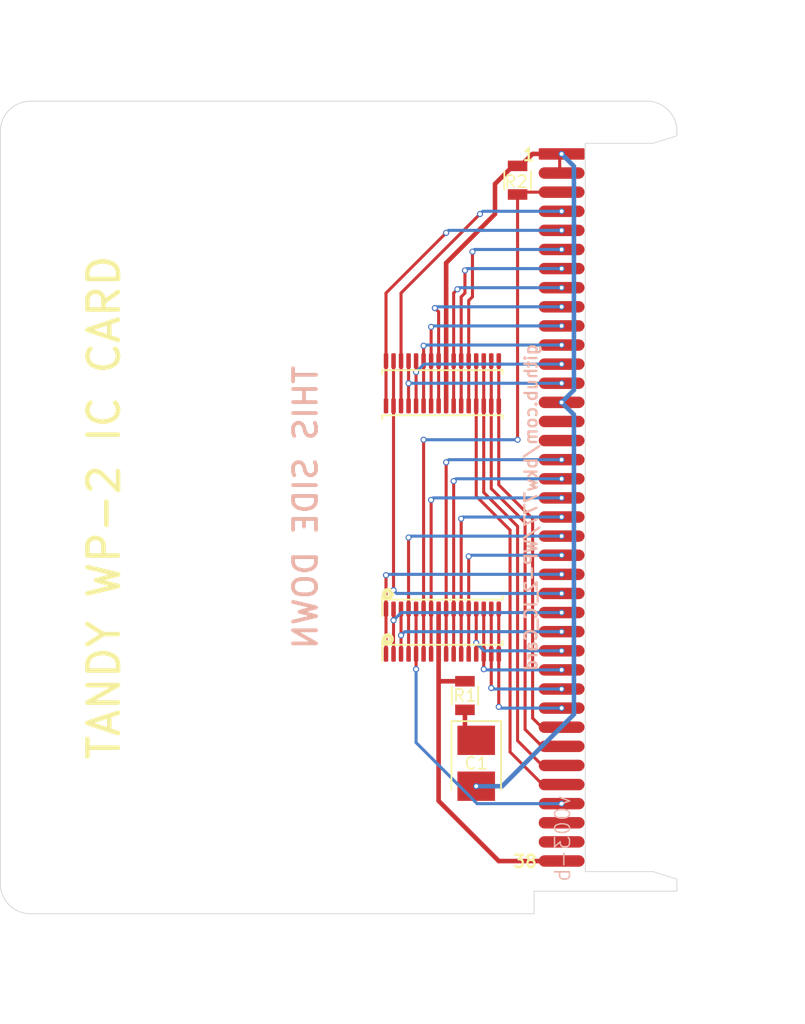
<source format=kicad_pcb>
(kicad_pcb (version 20171130) (host pcbnew 5.1.6-c6e7f7d~87~ubuntu20.04.1)

  (general
    (thickness 1.6)
    (drawings 40)
    (tracks 199)
    (zones 0)
    (modules 7)
    (nets 35)
  )

  (page USLetter)
  (title_block
    (title "WP-2 128K RAM IC-Card")
    (date 2020-09-26)
    (company "Brian K. White - b.kenyon.w@gmail.com")
  )

  (layers
    (0 F.Cu signal)
    (31 B.Cu signal)
    (33 F.Adhes user)
    (35 F.Paste user)
    (36 B.SilkS user)
    (37 F.SilkS user)
    (38 B.Mask user)
    (39 F.Mask user)
    (40 Dwgs.User user)
    (41 Cmts.User user hide)
    (42 Eco1.User user hide)
    (43 Eco2.User user hide)
    (44 Edge.Cuts user)
    (45 Margin user hide)
    (46 B.CrtYd user hide)
    (47 F.CrtYd user hide)
    (49 F.Fab user hide)
  )

  (setup
    (last_trace_width 0.254)
    (user_trace_width 0.1524)
    (user_trace_width 0.1778)
    (user_trace_width 0.2032)
    (user_trace_width 0.3048)
    (user_trace_width 0.508)
    (trace_clearance 0.1524)
    (zone_clearance 0.508)
    (zone_45_only no)
    (trace_min 0.1524)
    (via_size 0.4064)
    (via_drill 0.254)
    (via_min_size 0.4064)
    (via_min_drill 0.254)
    (uvia_size 0.4064)
    (uvia_drill 0.254)
    (uvias_allowed no)
    (uvia_min_size 0.4064)
    (uvia_min_drill 0.254)
    (edge_width 0.05)
    (segment_width 0.2)
    (pcb_text_width 0.3)
    (pcb_text_size 1.5 1.5)
    (mod_edge_width 0.12)
    (mod_text_size 1 1)
    (mod_text_width 0.15)
    (pad_size 0.3 1)
    (pad_drill 0)
    (pad_to_mask_clearance 0)
    (aux_axis_origin 0 0)
    (grid_origin 158.75 99.695)
    (visible_elements FFFFFF7F)
    (pcbplotparams
      (layerselection 0x010f0_ffffffff)
      (usegerberextensions false)
      (usegerberattributes true)
      (usegerberadvancedattributes true)
      (creategerberjobfile true)
      (excludeedgelayer true)
      (linewidth 0.100000)
      (plotframeref false)
      (viasonmask false)
      (mode 1)
      (useauxorigin false)
      (hpglpennumber 1)
      (hpglpenspeed 20)
      (hpglpendiameter 15.000000)
      (psnegative false)
      (psa4output false)
      (plotreference true)
      (plotvalue true)
      (plotinvisibletext false)
      (padsonsilk false)
      (subtractmaskfromsilk false)
      (outputformat 1)
      (mirror false)
      (drillshape 0)
      (scaleselection 1)
      (outputdirectory "GERBER"))
  )

  (net 0 "")
  (net 1 GND)
  (net 2 /CE2)
  (net 3 /~CE1)
  (net 4 /~OE)
  (net 5 /D0)
  (net 6 /D1)
  (net 7 /D2)
  (net 8 /D3)
  (net 9 /D4)
  (net 10 /D5)
  (net 11 /D6)
  (net 12 /D7)
  (net 13 /A16)
  (net 14 /A15)
  (net 15 /A14)
  (net 16 /A13)
  (net 17 /A12)
  (net 18 /A11)
  (net 19 /A10)
  (net 20 /A9)
  (net 21 /A8)
  (net 22 /A7)
  (net 23 /A6)
  (net 24 /A5)
  (net 25 /A4)
  (net 26 /A3)
  (net 27 /A2)
  (net 28 /A1)
  (net 29 /A0)
  (net 30 /R~W)
  (net 31 VDD)
  (net 32 /~DET)
  (net 33 "Net-(C1-Pad1)")
  (net 34 /A17)

  (net_class Default "This is the default net class."
    (clearance 0.1524)
    (trace_width 0.254)
    (via_dia 0.4064)
    (via_drill 0.254)
    (uvia_dia 0.4064)
    (uvia_drill 0.254)
    (diff_pair_width 0.1524)
    (diff_pair_gap 0.2032)
    (add_net /A0)
    (add_net /A1)
    (add_net /A10)
    (add_net /A11)
    (add_net /A12)
    (add_net /A13)
    (add_net /A14)
    (add_net /A15)
    (add_net /A16)
    (add_net /A17)
    (add_net /A2)
    (add_net /A3)
    (add_net /A4)
    (add_net /A5)
    (add_net /A6)
    (add_net /A7)
    (add_net /A8)
    (add_net /A9)
    (add_net /CE2)
    (add_net /D0)
    (add_net /D1)
    (add_net /D2)
    (add_net /D3)
    (add_net /D4)
    (add_net /D5)
    (add_net /D6)
    (add_net /D7)
    (add_net /R~W)
    (add_net /~CE1)
    (add_net /~DET)
    (add_net /~OE)
    (add_net GND)
    (add_net "Net-(C1-Pad1)")
    (add_net VDD)
  )

  (module 0_LOCAL:R_0805 (layer F.Cu) (tedit 5F75A133) (tstamp 5F752AD5)
    (at 154.25 77.945 270)
    (descr "Resistor SMD 0805, reflow soldering, Vishay (see dcrcw.pdf)")
    (tags "resistor 0805")
    (path /5F9FA366)
    (attr smd)
    (fp_text reference R2 (at 0.1 0.09) (layer F.SilkS)
      (effects (font (size 0.8 0.8) (thickness 0.1)))
    )
    (fp_text value 47K (at 0 1.75 90) (layer F.Fab)
      (effects (font (size 1 1) (thickness 0.15)))
    )
    (fp_line (start -1 0.62) (end -1 -0.62) (layer F.Fab) (width 0.1))
    (fp_line (start 1 0.62) (end -1 0.62) (layer F.Fab) (width 0.1))
    (fp_line (start 1 -0.62) (end 1 0.62) (layer F.Fab) (width 0.1))
    (fp_line (start -1 -0.62) (end 1 -0.62) (layer F.Fab) (width 0.1))
    (fp_line (start 0.6 0.88) (end -0.6 0.88) (layer F.SilkS) (width 0.12))
    (fp_line (start -0.6 -0.88) (end 0.6 -0.88) (layer F.SilkS) (width 0.12))
    (fp_line (start -1.55 -0.9) (end 1.55 -0.9) (layer F.CrtYd) (width 0.05))
    (fp_line (start -1.55 -0.9) (end -1.55 0.9) (layer F.CrtYd) (width 0.05))
    (fp_line (start 1.55 0.9) (end 1.55 -0.9) (layer F.CrtYd) (width 0.05))
    (fp_line (start 1.55 0.9) (end -1.55 0.9) (layer F.CrtYd) (width 0.05))
    (fp_text user %R (at 0 0 90) (layer F.Fab)
      (effects (font (size 0.5 0.5) (thickness 0.075)))
    )
    (pad 1 smd rect (at -0.95 0 270) (size 0.7 1.3) (layers F.Cu F.Paste F.Mask)
      (net 1 GND))
    (pad 2 smd rect (at 0.95 0 270) (size 0.7 1.3) (layers F.Cu F.Paste F.Mask)
      (net 2 /CE2))
    (model ${KIPRJMOD}/3d/R_0805_2012Metric.step
      (at (xyz 0 0 0))
      (scale (xyz 1 1 1))
      (rotate (xyz 0 0 0))
    )
  )

  (module 0_LOCAL:R_0805 (layer F.Cu) (tedit 5F75A133) (tstamp 5F752ACC)
    (at 150.75 112.195 270)
    (descr "Resistor SMD 0805, reflow soldering, Vishay (see dcrcw.pdf)")
    (tags "resistor 0805")
    (path /5F805237)
    (attr smd)
    (fp_text reference R1 (at 0 0) (layer F.SilkS)
      (effects (font (size 0.8 0.8) (thickness 0.1)))
    )
    (fp_text value 4.7K (at 0 1.75 90) (layer F.Fab)
      (effects (font (size 1 1) (thickness 0.15)))
    )
    (fp_line (start -1 0.62) (end -1 -0.62) (layer F.Fab) (width 0.1))
    (fp_line (start 1 0.62) (end -1 0.62) (layer F.Fab) (width 0.1))
    (fp_line (start 1 -0.62) (end 1 0.62) (layer F.Fab) (width 0.1))
    (fp_line (start -1 -0.62) (end 1 -0.62) (layer F.Fab) (width 0.1))
    (fp_line (start 0.6 0.88) (end -0.6 0.88) (layer F.SilkS) (width 0.12))
    (fp_line (start -0.6 -0.88) (end 0.6 -0.88) (layer F.SilkS) (width 0.12))
    (fp_line (start -1.55 -0.9) (end 1.55 -0.9) (layer F.CrtYd) (width 0.05))
    (fp_line (start -1.55 -0.9) (end -1.55 0.9) (layer F.CrtYd) (width 0.05))
    (fp_line (start 1.55 0.9) (end 1.55 -0.9) (layer F.CrtYd) (width 0.05))
    (fp_line (start 1.55 0.9) (end -1.55 0.9) (layer F.CrtYd) (width 0.05))
    (fp_text user %R (at 0 0 90) (layer F.Fab)
      (effects (font (size 0.5 0.5) (thickness 0.075)))
    )
    (pad 1 smd rect (at -0.95 0 270) (size 0.7 1.3) (layers F.Cu F.Paste F.Mask)
      (net 31 VDD))
    (pad 2 smd rect (at 0.95 0 270) (size 0.7 1.3) (layers F.Cu F.Paste F.Mask)
      (net 33 "Net-(C1-Pad1)"))
    (model ${KIPRJMOD}/3d/R_0805_2012Metric.step
      (at (xyz 0 0 0))
      (scale (xyz 1 1 1))
      (rotate (xyz 0 0 0))
    )
  )

  (module 0_LOCAL:CP_Tantalum_Case-B_EIA-3528-21_Reflow (layer F.Cu) (tedit 5F759FEC) (tstamp 5F752A56)
    (at 151.5 116.695 270)
    (descr "Tantalum capacitor, Case B, EIA 3528-21, 3.5x2.8x1.9mm, Reflow soldering footprint")
    (tags "capacitor tantalum smd")
    (path /5F7F0020)
    (attr smd)
    (fp_text reference C1 (at 0 0) (layer F.SilkS)
      (effects (font (size 0.8 0.8) (thickness 0.1)))
    )
    (fp_text value 220uf (at 0 3.15 270) (layer F.Fab)
      (effects (font (size 1 1) (thickness 0.15)))
    )
    (fp_line (start -2.85 -1.75) (end -2.85 1.75) (layer F.CrtYd) (width 0.05))
    (fp_line (start -2.85 1.75) (end 2.85 1.75) (layer F.CrtYd) (width 0.05))
    (fp_line (start 2.85 1.75) (end 2.85 -1.75) (layer F.CrtYd) (width 0.05))
    (fp_line (start 2.85 -1.75) (end -2.85 -1.75) (layer F.CrtYd) (width 0.05))
    (fp_line (start -1.75 -1.4) (end -1.75 1.4) (layer F.Fab) (width 0.1))
    (fp_line (start -1.75 1.4) (end 1.75 1.4) (layer F.Fab) (width 0.1))
    (fp_line (start 1.75 1.4) (end 1.75 -1.4) (layer F.Fab) (width 0.1))
    (fp_line (start 1.75 -1.4) (end -1.75 -1.4) (layer F.Fab) (width 0.1))
    (fp_line (start -1.4 -1.4) (end -1.4 1.4) (layer F.Fab) (width 0.1))
    (fp_line (start -1.225 -1.4) (end -1.225 1.4) (layer F.Fab) (width 0.1))
    (fp_line (start -2.8 -1.65) (end 1.75 -1.65) (layer F.SilkS) (width 0.12))
    (fp_line (start -2.8 1.65) (end 1.75 1.65) (layer F.SilkS) (width 0.12))
    (fp_line (start -2.8 -1.65) (end -2.8 1.65) (layer F.SilkS) (width 0.12))
    (fp_text user %R (at 0 0 270) (layer F.Fab)
      (effects (font (size 0.8 0.8) (thickness 0.12)))
    )
    (pad 1 smd rect (at -1.525 0 270) (size 1.95 2.5) (layers F.Cu F.Paste F.Mask)
      (net 33 "Net-(C1-Pad1)"))
    (pad 2 smd rect (at 1.525 0 270) (size 1.95 2.5) (layers F.Cu F.Paste F.Mask)
      (net 1 GND))
    (model ${KIPRJMOD}/3d/TLNT_AVX.step
      (at (xyz 0 0 0))
      (scale (xyz 1 1 1))
      (rotate (xyz 0 0 0))
    )
  )

  (module 0_LOCAL:PinSocket_1x38x1.27_edge_s (layer F.Cu) (tedit 5F74B131) (tstamp 5F74043C)
    (at 158.75 99.695)
    (descr "Through hole straight socket strip, 1x38, 1.27mm pitch, single row")
    (tags "Through hole socket strip THT 1x38 1.27mm single row")
    (path /5F6EF0A3)
    (attr smd)
    (fp_text reference J1 (at -2.8956 4.4196 -90) (layer F.SilkS) hide
      (effects (font (size 1 1) (thickness 0.15)))
    )
    (fp_text value Conn_01x38_Female (at -2.921 23.114 -90) (layer F.Fab)
      (effects (font (size 1 1) (thickness 0.15)))
    )
    (fp_line (start 3.302 -24.13) (end 3.302 24.13) (layer F.Fab) (width 0.1))
    (fp_line (start 0 24.13) (end 3.302 24.13) (layer F.Fab) (width 0.1))
    (fp_line (start 0 24.13) (end 0 -24.13) (layer F.Fab) (width 0.1))
    (fp_line (start 3.302 -24.13) (end 0 -24.13) (layer F.Fab) (width 0.1))
    (fp_line (start -3.221 -24.13) (end -3.221 24.13) (layer F.CrtYd) (width 0.05))
    (fp_line (start -3.221 24.13) (end 0 24.13) (layer F.CrtYd) (width 0.05))
    (fp_line (start 0 24.13) (end 0 -24.13) (layer F.CrtYd) (width 0.05))
    (fp_line (start 0 -24.13) (end -3.221 -24.13) (layer F.CrtYd) (width 0.05))
    (fp_text user %R (at 0 -1.695) (layer F.Fab)
      (effects (font (size 1 1) (thickness 0.15)))
    )
    (pad 1 smd roundrect (at -1.57 -23.495) (size 3.048 0.762) (layers F.Cu F.Paste F.Mask) (roundrect_rratio 0.1)
      (net 1 GND))
    (pad 2 smd oval (at -1.57 -22.225) (size 3.048 0.762) (layers F.Cu F.Paste F.Mask)
      (net 32 /~DET))
    (pad 3 smd oval (at -1.57 -20.955) (size 3.048 0.762) (layers F.Cu F.Paste F.Mask)
      (net 2 /CE2))
    (pad 4 smd oval (at -1.57 -19.685) (size 3.048 0.762) (layers F.Cu F.Paste F.Mask)
      (net 3 /~CE1))
    (pad 5 smd oval (at -1.57 -18.415) (size 3.048 0.762) (layers F.Cu F.Paste F.Mask)
      (net 4 /~OE))
    (pad 6 smd oval (at -1.57 -17.145) (size 3.048 0.762) (layers F.Cu F.Paste F.Mask)
      (net 5 /D0))
    (pad 7 smd oval (at -1.57 -15.875) (size 3.048 0.762) (layers F.Cu F.Paste F.Mask)
      (net 6 /D1))
    (pad 8 smd oval (at -1.57 -14.605) (size 3.048 0.762) (layers F.Cu F.Paste F.Mask)
      (net 7 /D2))
    (pad 9 smd oval (at -1.57 -13.335) (size 3.048 0.762) (layers F.Cu F.Paste F.Mask)
      (net 8 /D3))
    (pad 10 smd oval (at -1.57 -12.065) (size 3.048 0.762) (layers F.Cu F.Paste F.Mask)
      (net 9 /D4))
    (pad 11 smd oval (at -1.57 -10.795) (size 3.048 0.762) (layers F.Cu F.Paste F.Mask)
      (net 10 /D5))
    (pad 12 smd oval (at -1.57 -9.525) (size 3.048 0.762) (layers F.Cu F.Paste F.Mask)
      (net 11 /D6))
    (pad 13 smd oval (at -1.57 -8.255) (size 3.048 0.762) (layers F.Cu F.Paste F.Mask)
      (net 12 /D7))
    (pad 14 smd oval (at -1.57 -6.985) (size 3.048 0.762) (layers F.Cu F.Paste F.Mask)
      (net 1 GND))
    (pad 15 smd oval (at -1.57 -5.715) (size 3.048 0.762) (layers F.Cu F.Paste F.Mask))
    (pad 16 smd oval (at -1.57 -4.445) (size 3.048 0.762) (layers F.Cu F.Paste F.Mask))
    (pad 17 smd oval (at -1.57 -3.175) (size 3.048 0.762) (layers F.Cu F.Paste F.Mask)
      (net 34 /A17))
    (pad 18 smd oval (at -1.57 -1.905) (size 3.048 0.762) (layers F.Cu F.Paste F.Mask)
      (net 13 /A16))
    (pad 19 smd oval (at -1.57 -0.635) (size 3.048 0.762) (layers F.Cu F.Paste F.Mask)
      (net 14 /A15))
    (pad 20 smd oval (at -1.57 0.635) (size 3.048 0.762) (layers F.Cu F.Paste F.Mask)
      (net 15 /A14))
    (pad 21 smd oval (at -1.57 1.905) (size 3.048 0.762) (layers F.Cu F.Paste F.Mask)
      (net 16 /A13))
    (pad 22 smd oval (at -1.57 3.175) (size 3.048 0.762) (layers F.Cu F.Paste F.Mask)
      (net 17 /A12))
    (pad 23 smd oval (at -1.57 4.445) (size 3.048 0.762) (layers F.Cu F.Paste F.Mask)
      (net 18 /A11))
    (pad 24 smd oval (at -1.57 5.715) (size 3.048 0.762) (layers F.Cu F.Paste F.Mask)
      (net 19 /A10))
    (pad 25 smd oval (at -1.57 6.985) (size 3.048 0.762) (layers F.Cu F.Paste F.Mask)
      (net 20 /A9))
    (pad 26 smd oval (at -1.57 8.255) (size 3.048 0.762) (layers F.Cu F.Paste F.Mask)
      (net 21 /A8))
    (pad 27 smd oval (at -1.57 9.525) (size 3.048 0.762) (layers F.Cu F.Paste F.Mask)
      (net 22 /A7))
    (pad 28 smd oval (at -1.57 10.795) (size 3.048 0.762) (layers F.Cu F.Paste F.Mask)
      (net 23 /A6))
    (pad 29 smd oval (at -1.57 12.065) (size 3.048 0.762) (layers F.Cu F.Paste F.Mask)
      (net 24 /A5))
    (pad 30 smd oval (at -1.57 13.335) (size 3.048 0.762) (layers F.Cu F.Paste F.Mask)
      (net 25 /A4))
    (pad 31 smd oval (at -1.57 14.605) (size 3.048 0.762) (layers F.Cu F.Paste F.Mask)
      (net 26 /A3))
    (pad 32 smd oval (at -1.57 15.875) (size 3.048 0.762) (layers F.Cu F.Paste F.Mask)
      (net 27 /A2))
    (pad 33 smd oval (at -1.57 17.145) (size 3.048 0.762) (layers F.Cu F.Paste F.Mask)
      (net 28 /A1))
    (pad 34 smd oval (at -1.57 18.415) (size 3.048 0.762) (layers F.Cu F.Paste F.Mask)
      (net 29 /A0))
    (pad 35 smd oval (at -1.57 19.685) (size 3.048 0.762) (layers F.Cu F.Paste F.Mask)
      (net 30 /R~W))
    (pad 36 smd oval (at -1.57 20.955) (size 3.048 0.762) (layers F.Cu F.Paste F.Mask))
    (pad 37 smd oval (at -1.57 22.225) (size 3.048 0.762) (layers F.Cu F.Paste F.Mask))
    (pad 38 smd oval (at -1.57 23.495) (size 3.048 0.762) (layers F.Cu F.Paste F.Mask)
      (net 31 VDD))
    (model ${KIPRJMOD}/3d/PinSocket_1x38_P1.27mm_Vertical.step
      (offset (xyz 0 23.495 0.1))
      (scale (xyz 1 1 1))
      (rotate (xyz 0 -90 0))
    )
  )

  (module 0_LOCAL:Net_Tie_2p_8mil (layer F.Cu) (tedit 5F70D483) (tstamp 5F712C2A)
    (at 157.05 76.835 270)
    (path /5F8923B3)
    (fp_text reference NT1 (at 0 1.016 90) (layer F.SilkS) hide
      (effects (font (size 0.508 0.508) (thickness 0.1016)))
    )
    (fp_text value Net-Tie_2 (at 0 -2 90) (layer F.Fab) hide
      (effects (font (size 1 1) (thickness 0.01)))
    )
    (fp_line (start -0.2032 0) (end 0.2032 0) (layer F.Cu) (width 0.2032))
    (pad 2 smd circle (at 0.2032 0 270) (size 0.2032 0.2032) (layers F.Cu)
      (net 32 /~DET))
    (pad 1 smd circle (at -0.2032 0 270) (size 0.2032 0.2032) (layers F.Cu)
      (net 1 GND))
  )

  (module 0_LOCAL:TSOP32-20mm (layer F.Cu) (tedit 5F70AFE8) (tstamp 5F755D97)
    (at 149.25 99.695)
    (descr "Module CMS TSOP 32 pins")
    (tags "CMS TSOP")
    (path /5F718069)
    (attr smd)
    (fp_text reference U1 (at 0.009 8.382 180) (layer F.SilkS) hide
      (effects (font (size 1 1) (thickness 0.15)))
    )
    (fp_text value "SRAM 128Kx8 5v Parallel" (at 0 5) (layer F.Fab)
      (effects (font (size 1 1) (thickness 0.15)))
    )
    (fp_circle (center -3.625 8.75) (end -3.525 8.75) (layer F.SilkS) (width 0.3))
    (fp_line (start -4 9.125) (end 4 9.125) (layer F.SilkS) (width 0.12))
    (fp_line (start 4 -9.125) (end -4 -9.125) (layer F.SilkS) (width 0.12))
    (fp_line (start -4 10.2) (end -4 8.875) (layer F.SilkS) (width 0.12))
    (fp_line (start 4 9.125) (end 4 8.875) (layer F.SilkS) (width 0.12))
    (fp_line (start -4 -9.125) (end -4 -8.875) (layer F.SilkS) (width 0.12))
    (fp_line (start 4 -9.125) (end 4 -8.875) (layer F.SilkS) (width 0.12))
    (fp_text user %R (at 0 0) (layer F.Fab)
      (effects (font (size 1 1) (thickness 0.15)))
    )
    (pad 1 smd roundrect (at -3.75 9.75) (size 0.3 1) (layers F.Cu F.Paste F.Mask) (roundrect_rratio 0.25)
      (net 18 /A11))
    (pad 2 smd roundrect (at -3.25 9.75) (size 0.3 1) (layers F.Cu F.Paste F.Mask) (roundrect_rratio 0.25)
      (net 20 /A9))
    (pad 3 smd roundrect (at -2.75 9.75) (size 0.3 1) (layers F.Cu F.Paste F.Mask) (roundrect_rratio 0.25)
      (net 21 /A8))
    (pad 4 smd roundrect (at -2.25 9.75) (size 0.3 1) (layers F.Cu F.Paste F.Mask) (roundrect_rratio 0.25)
      (net 16 /A13))
    (pad 5 smd roundrect (at -1.75 9.75) (size 0.3 1) (layers F.Cu F.Paste F.Mask) (roundrect_rratio 0.25)
      (net 30 /R~W))
    (pad 6 smd roundrect (at -1.25 9.75) (size 0.3 1) (layers F.Cu F.Paste F.Mask) (roundrect_rratio 0.25)
      (net 2 /CE2))
    (pad 7 smd roundrect (at -0.75 9.75) (size 0.3 1) (layers F.Cu F.Paste F.Mask) (roundrect_rratio 0.25)
      (net 14 /A15))
    (pad 8 smd roundrect (at -0.25 9.75) (size 0.3 1) (layers F.Cu F.Paste F.Mask) (roundrect_rratio 0.25)
      (net 31 VDD))
    (pad 9 smd roundrect (at 0.25 9.75) (size 0.3 1) (layers F.Cu F.Paste F.Mask) (roundrect_rratio 0.25)
      (net 34 /A17))
    (pad 10 smd roundrect (at 0.75 9.75) (size 0.3 1) (layers F.Cu F.Paste F.Mask) (roundrect_rratio 0.25)
      (net 13 /A16))
    (pad 11 smd roundrect (at 1.25 9.75) (size 0.3 1) (layers F.Cu F.Paste F.Mask) (roundrect_rratio 0.25)
      (net 15 /A14))
    (pad 12 smd roundrect (at 1.75 9.75) (size 0.3 1) (layers F.Cu F.Paste F.Mask) (roundrect_rratio 0.25)
      (net 17 /A12))
    (pad 13 smd roundrect (at 2.25 9.75) (size 0.3 1) (layers F.Cu F.Paste F.Mask) (roundrect_rratio 0.25)
      (net 22 /A7))
    (pad 14 smd roundrect (at 2.75 9.75) (size 0.3 1) (layers F.Cu F.Paste F.Mask) (roundrect_rratio 0.25)
      (net 23 /A6))
    (pad 15 smd roundrect (at 3.25 9.75) (size 0.3 1) (layers F.Cu F.Paste F.Mask) (roundrect_rratio 0.25)
      (net 24 /A5))
    (pad 16 smd roundrect (at 3.75 9.75) (size 0.3 1) (layers F.Cu F.Paste F.Mask) (roundrect_rratio 0.25)
      (net 25 /A4))
    (pad 17 smd roundrect (at 3.75 -9.75) (size 0.3 1) (layers F.Cu F.Paste F.Mask) (roundrect_rratio 0.25)
      (net 26 /A3))
    (pad 18 smd roundrect (at 3.25 -9.75) (size 0.3 1) (layers F.Cu F.Paste F.Mask) (roundrect_rratio 0.25)
      (net 27 /A2))
    (pad 19 smd roundrect (at 2.75 -9.75) (size 0.3 1) (layers F.Cu F.Paste F.Mask) (roundrect_rratio 0.25)
      (net 28 /A1))
    (pad 20 smd roundrect (at 2.25 -9.75) (size 0.3 1) (layers F.Cu F.Paste F.Mask) (roundrect_rratio 0.25)
      (net 29 /A0))
    (pad 21 smd roundrect (at 1.75 -9.75) (size 0.3 1) (layers F.Cu F.Paste F.Mask) (roundrect_rratio 0.25)
      (net 5 /D0))
    (pad 22 smd roundrect (at 1.25 -9.75) (size 0.3 1) (layers F.Cu F.Paste F.Mask) (roundrect_rratio 0.25)
      (net 6 /D1))
    (pad 23 smd roundrect (at 0.75 -9.75) (size 0.3 1) (layers F.Cu F.Paste F.Mask) (roundrect_rratio 0.25)
      (net 7 /D2))
    (pad 24 smd roundrect (at 0.25 -9.75) (size 0.3 1) (layers F.Cu F.Paste F.Mask) (roundrect_rratio 0.25)
      (net 1 GND))
    (pad 25 smd roundrect (at -0.25 -9.75) (size 0.3 1) (layers F.Cu F.Paste F.Mask) (roundrect_rratio 0.25)
      (net 8 /D3))
    (pad 26 smd roundrect (at -0.75 -9.75) (size 0.3 1) (layers F.Cu F.Paste F.Mask) (roundrect_rratio 0.25)
      (net 9 /D4))
    (pad 27 smd roundrect (at -1.25 -9.75) (size 0.3 1) (layers F.Cu F.Paste F.Mask) (roundrect_rratio 0.25)
      (net 10 /D5))
    (pad 28 smd roundrect (at -1.75 -9.75) (size 0.3 1) (layers F.Cu F.Paste F.Mask) (roundrect_rratio 0.25)
      (net 11 /D6))
    (pad 29 smd roundrect (at -2.25 -9.75) (size 0.3 1) (layers F.Cu F.Paste F.Mask) (roundrect_rratio 0.25)
      (net 12 /D7))
    (pad 30 smd roundrect (at -2.75 -9.75) (size 0.3 1) (layers F.Cu F.Paste F.Mask) (roundrect_rratio 0.25)
      (net 3 /~CE1))
    (pad 31 smd roundrect (at -3.25 -9.75) (size 0.3 1) (layers F.Cu F.Paste F.Mask) (roundrect_rratio 0.25)
      (net 19 /A10))
    (pad 32 smd roundrect (at -3.75 -9.75) (size 0.3 1) (layers F.Cu F.Paste F.Mask) (roundrect_rratio 0.25)
      (net 4 /~OE))
    (model ${KIPRJMOD}/3d/TSOP32_8X20.step
      (at (xyz 0 0 0))
      (scale (xyz 1 1 1))
      (rotate (xyz 0 0 -90))
    )
  )

  (module 0_LOCAL:TSOP32-14mm (layer F.Cu) (tedit 5F70AFD9) (tstamp 5F712C60)
    (at 149.25 99.695)
    (descr "Module CMS TSOP 32 pins")
    (tags "CMS TSOP")
    (path /5F906116)
    (attr virtual)
    (fp_text reference U2 (at 0 5.334 180) (layer F.SilkS) hide
      (effects (font (size 1 1) (thickness 0.15)))
    )
    (fp_text value "SRAM 128Kx8 5v Parallel" (at 1.27 0 90) (layer F.Fab)
      (effects (font (size 1 1) (thickness 0.15)))
    )
    (fp_circle (center -3.625 5.75) (end -3.525 5.75) (layer F.SilkS) (width 0.3))
    (fp_line (start -4 6.125) (end 4 6.125) (layer F.SilkS) (width 0.12))
    (fp_line (start 4 -6.125) (end -4 -6.125) (layer F.SilkS) (width 0.12))
    (fp_line (start -4 7.2) (end -4 5.875) (layer F.SilkS) (width 0.12))
    (fp_line (start 4 6.125) (end 4 5.875) (layer F.SilkS) (width 0.12))
    (fp_line (start -4 -6.125) (end -4 -5.875) (layer F.SilkS) (width 0.12))
    (fp_line (start 4 -6.125) (end 4 -5.875) (layer F.SilkS) (width 0.12))
    (pad 1 smd roundrect (at -3.75 6.75) (size 0.3 1) (layers F.Cu F.Paste F.Mask) (roundrect_rratio 0.25)
      (net 18 /A11))
    (pad 2 smd roundrect (at -3.25 6.75) (size 0.3 1) (layers F.Cu F.Paste F.Mask) (roundrect_rratio 0.25)
      (net 20 /A9))
    (pad 3 smd roundrect (at -2.75 6.75) (size 0.3 1) (layers F.Cu F.Paste F.Mask) (roundrect_rratio 0.25)
      (net 21 /A8))
    (pad 4 smd roundrect (at -2.25 6.75) (size 0.3 1) (layers F.Cu F.Paste F.Mask) (roundrect_rratio 0.25)
      (net 16 /A13))
    (pad 5 smd roundrect (at -1.75 6.75) (size 0.3 1) (layers F.Cu F.Paste F.Mask) (roundrect_rratio 0.25)
      (net 30 /R~W))
    (pad 6 smd roundrect (at -1.25 6.75) (size 0.3 1) (layers F.Cu F.Paste F.Mask) (roundrect_rratio 0.25)
      (net 2 /CE2))
    (pad 7 smd roundrect (at -0.75 6.75) (size 0.3 1) (layers F.Cu F.Paste F.Mask) (roundrect_rratio 0.25)
      (net 14 /A15))
    (pad 8 smd roundrect (at -0.25 6.75) (size 0.3 1) (layers F.Cu F.Paste F.Mask) (roundrect_rratio 0.25)
      (net 31 VDD))
    (pad 9 smd roundrect (at 0.25 6.75) (size 0.3 1) (layers F.Cu F.Paste F.Mask) (roundrect_rratio 0.25)
      (net 34 /A17))
    (pad 10 smd roundrect (at 0.75 6.75) (size 0.3 1) (layers F.Cu F.Paste F.Mask) (roundrect_rratio 0.25)
      (net 13 /A16))
    (pad 11 smd roundrect (at 1.25 6.75) (size 0.3 1) (layers F.Cu F.Paste F.Mask) (roundrect_rratio 0.25)
      (net 15 /A14))
    (pad 12 smd roundrect (at 1.75 6.75) (size 0.3 1) (layers F.Cu F.Paste F.Mask) (roundrect_rratio 0.25)
      (net 17 /A12))
    (pad 13 smd roundrect (at 2.25 6.75) (size 0.3 1) (layers F.Cu F.Paste F.Mask) (roundrect_rratio 0.25)
      (net 22 /A7))
    (pad 14 smd roundrect (at 2.75 6.75) (size 0.3 1) (layers F.Cu F.Paste F.Mask) (roundrect_rratio 0.25)
      (net 23 /A6))
    (pad 15 smd roundrect (at 3.25 6.75) (size 0.3 1) (layers F.Cu F.Paste F.Mask) (roundrect_rratio 0.25)
      (net 24 /A5))
    (pad 16 smd roundrect (at 3.75 6.75) (size 0.3 1) (layers F.Cu F.Paste F.Mask) (roundrect_rratio 0.25)
      (net 25 /A4))
    (pad 17 smd roundrect (at 3.75 -6.75) (size 0.3 1) (layers F.Cu F.Paste F.Mask) (roundrect_rratio 0.25)
      (net 26 /A3))
    (pad 18 smd roundrect (at 3.25 -6.75) (size 0.3 1) (layers F.Cu F.Paste F.Mask) (roundrect_rratio 0.25)
      (net 27 /A2))
    (pad 19 smd roundrect (at 2.75 -6.75) (size 0.3 1) (layers F.Cu F.Paste F.Mask) (roundrect_rratio 0.25)
      (net 28 /A1))
    (pad 20 smd roundrect (at 2.25 -6.75) (size 0.3 1) (layers F.Cu F.Paste F.Mask) (roundrect_rratio 0.25)
      (net 29 /A0))
    (pad 21 smd roundrect (at 1.75 -6.75) (size 0.3 1) (layers F.Cu F.Paste F.Mask) (roundrect_rratio 0.25)
      (net 5 /D0))
    (pad 22 smd roundrect (at 1.25 -6.75) (size 0.3 1) (layers F.Cu F.Paste F.Mask) (roundrect_rratio 0.25)
      (net 6 /D1))
    (pad 23 smd roundrect (at 0.75 -6.75) (size 0.3 1) (layers F.Cu F.Paste F.Mask) (roundrect_rratio 0.25)
      (net 7 /D2))
    (pad 24 smd roundrect (at 0.25 -6.75) (size 0.3 1) (layers F.Cu F.Paste F.Mask) (roundrect_rratio 0.25)
      (net 1 GND))
    (pad 25 smd roundrect (at -0.25 -6.75) (size 0.3 1) (layers F.Cu F.Paste F.Mask) (roundrect_rratio 0.25)
      (net 8 /D3))
    (pad 26 smd roundrect (at -0.75 -6.75) (size 0.3 1) (layers F.Cu F.Paste F.Mask) (roundrect_rratio 0.25)
      (net 9 /D4))
    (pad 27 smd roundrect (at -1.25 -6.75) (size 0.3 1) (layers F.Cu F.Paste F.Mask) (roundrect_rratio 0.25)
      (net 10 /D5))
    (pad 28 smd roundrect (at -1.75 -6.75) (size 0.3 1) (layers F.Cu F.Paste F.Mask) (roundrect_rratio 0.25)
      (net 11 /D6))
    (pad 29 smd roundrect (at -2.25 -6.75) (size 0.3 1) (layers F.Cu F.Paste F.Mask) (roundrect_rratio 0.25)
      (net 12 /D7))
    (pad 30 smd roundrect (at -2.75 -6.75) (size 0.3 1) (layers F.Cu F.Paste F.Mask) (roundrect_rratio 0.25)
      (net 3 /~CE1))
    (pad 31 smd roundrect (at -3.25 -6.75) (size 0.3 1) (layers F.Cu F.Paste F.Mask) (roundrect_rratio 0.25)
      (net 19 /A10))
    (pad 32 smd roundrect (at -3.75 -6.75) (size 0.3 1) (layers F.Cu F.Paste F.Mask) (roundrect_rratio 0.25)
      (net 4 /~OE))
    (model ${KIPRJMOD}/3d/TSOP32_8x14.step
      (at (xyz 0 0 0))
      (scale (xyz 1 1 1))
      (rotate (xyz 0 0 -90))
    )
  )

  (gr_text WP-2 (at 135 99.695 90) (layer Dwgs.User) (tstamp 5F76323E)
    (effects (font (size 1 1) (thickness 0.15)))
  )
  (gr_text WP-2 (at 135 129.695 90) (layer Dwgs.User) (tstamp 5F763237)
    (effects (font (size 1 1) (thickness 0.15)))
  )
  (gr_text v003-b (at 157.25 121.695 90) (layer B.SilkS)
    (effects (font (size 1 1) (thickness 0.1)) (justify mirror))
  )
  (gr_line (start 155.75 125.395) (end 164.95 125.395) (layer Dwgs.User) (width 0.05))
  (gr_line (start 155.75 126.795) (end 155.75 125.395) (layer Dwgs.User) (width 0.05))
  (gr_line (start 155.75 126.795) (end 133.5 126.795) (layer Dwgs.User) (width 0.05))
  (gr_line (start 164.95 72.595) (end 164.95 125.395) (layer Dwgs.User) (width 0.05))
  (gr_line (start 133.5 72.595) (end 164.95 72.595) (layer Dwgs.User) (width 0.05))
  (gr_line (start 164.85 74.795) (end 164.85 74.995) (layer Edge.Cuts) (width 0.05) (tstamp 5F74BD75))
  (gr_line (start 164.85 125.195) (end 164.85 124.395) (layer Edge.Cuts) (width 0.05) (tstamp 5F742389))
  (gr_line (start 155.35 125.195) (end 164.85 125.195) (layer Edge.Cuts) (width 0.05))
  (gr_line (start 155.35 126.695) (end 155.35 125.195) (layer Edge.Cuts) (width 0.05))
  (gr_line (start 163.25 123.895) (end 158.75 123.895) (layer Edge.Cuts) (width 0.05) (tstamp 5F742207))
  (gr_line (start 163.25 75.495) (end 158.75 75.495) (layer Edge.Cuts) (width 0.05) (tstamp 5F742124))
  (gr_arc (start 121.85 124.695) (end 119.85 124.695) (angle -90) (layer Edge.Cuts) (width 0.05))
  (gr_arc (start 121.85 74.695) (end 121.85 72.695) (angle -90) (layer Edge.Cuts) (width 0.05))
  (gr_line (start 164.85 74.795) (end 164.85 74.695) (layer Edge.Cuts) (width 0.05) (tstamp 5F73C0E2))
  (gr_line (start 163.25 75.495) (end 164.85 74.995) (layer Edge.Cuts) (width 0.05))
  (gr_arc (start 162.85 74.695) (end 164.85 74.695) (angle -90) (layer Edge.Cuts) (width 0.05))
  (gr_line (start 163.25 123.895) (end 164.85 124.395) (layer Edge.Cuts) (width 0.05))
  (gr_line (start 158.75 75.565) (end 158.75 123.825) (layer Dwgs.User) (width 0.15) (tstamp 5F73AAD6))
  (gr_line (start 163.15 75.565) (end 158.75 75.565) (layer Dwgs.User) (width 0.15))
  (gr_line (start 158.75 123.895) (end 158.75 75.495) (layer Edge.Cuts) (width 0.05) (tstamp 5F73AA2C))
  (gr_text "THIS SIDE DOWN" (at 140.15 99.695 -270) (layer B.SilkS) (tstamp 5F712A06)
    (effects (font (size 1.524 1.524) (thickness 0.254)) (justify mirror))
  )
  (gr_line (start 165.8232 76.2) (end 166.0772 75.946) (layer Dwgs.User) (width 0.15) (tstamp 5F7131A0))
  (gr_line (start 165.8232 76.2) (end 166.0772 76.454) (layer Dwgs.User) (width 0.15) (tstamp 5F71319F))
  (gr_line (start 165.8232 76.2) (end 167.7536 76.2) (layer Dwgs.User) (width 0.15) (tstamp 5F71319E))
  (gr_line (start 163.15 123.825) (end 163.15 75.565) (layer Dwgs.User) (width 0.15))
  (gr_line (start 158.75 123.825) (end 163.15 123.825) (layer Dwgs.User) (width 0.15) (tstamp 5F74BD0E))
  (gr_text "Pins 6.0mm" (at 170.6492 76.2) (layer Dwgs.User)
    (effects (font (size 0.6 0.6) (thickness 0.06)))
  )
  (gr_line (start 164.75 76.195) (end 159.05 76.195) (layer Dwgs.User) (width 0.4))
  (gr_text WP-2 (at 135 69.445 90) (layer Dwgs.User)
    (effects (font (size 1 1) (thickness 0.15)))
  )
  (gr_line (start 133.5 65.995) (end 133.5 133.995) (layer Dwgs.User) (width 0.05))
  (gr_text 38 (at 154.75 123.2154) (layer F.SilkS) (tstamp 5F712A00)
    (effects (font (size 0.8128 0.8128) (thickness 0.1524)))
  )
  (gr_text 1 (at 154.9948 76.2508) (layer F.SilkS) (tstamp 5F7129FD)
    (effects (font (size 0.8128 0.8128) (thickness 0.1524)))
  )
  (gr_text github.com/bkw777/WP-2_IC_Card (at 155.145 99.695 -270) (layer B.SilkS) (tstamp 5F7129FA)
    (effects (font (size 0.8128 0.8128) (thickness 0.1524)) (justify mirror))
  )
  (gr_text "TANDY WP-2 IC CARD" (at 126.75 99.695 -270) (layer F.SilkS) (tstamp 5F7129F7)
    (effects (font (size 2.032 2.032) (thickness 0.3048)))
  )
  (gr_line (start 121.85 126.695) (end 155.35 126.695) (layer Edge.Cuts) (width 0.05) (tstamp 5F6F08D5))
  (gr_line (start 119.85 74.695) (end 119.85 124.695) (layer Edge.Cuts) (width 0.05) (tstamp 5F713C75))
  (gr_line (start 162.85 72.695) (end 121.85 72.695) (layer Edge.Cuts) (width 0.05) (tstamp 5F7129EE))

  (segment (start 157.05 76.33) (end 157.18 76.2) (width 0.2032) (layer F.Cu) (net 1))
  (segment (start 157.05 76.6318) (end 157.05 76.33) (width 0.2032) (layer F.Cu) (net 1))
  (via (at 157.18 92.71) (size 0.4064) (drill 0.254) (layers F.Cu B.Cu) (net 1))
  (segment (start 154.45 76.995) (end 154.25 76.995) (width 0.3048) (layer F.Cu) (net 1))
  (segment (start 155.245 76.2) (end 154.45 76.995) (width 0.3048) (layer F.Cu) (net 1))
  (segment (start 157.18 76.2) (end 155.245 76.2) (width 0.3048) (layer F.Cu) (net 1))
  (via (at 157.18 76.2) (size 0.4064) (drill 0.254) (layers F.Cu B.Cu) (net 1))
  (segment (start 158 91.89) (end 157.18 92.71) (width 0.3048) (layer B.Cu) (net 1))
  (segment (start 158 77.02) (end 158 91.89) (width 0.3048) (layer B.Cu) (net 1))
  (segment (start 157.18 76.2) (end 158 77.02) (width 0.3048) (layer B.Cu) (net 1))
  (via (at 151.5 118.22) (size 0.4064) (drill 0.254) (layers F.Cu B.Cu) (net 1))
  (segment (start 158 93.53) (end 157.18 92.71) (width 0.3048) (layer B.Cu) (net 1))
  (segment (start 158 113.445) (end 158 93.53) (width 0.3048) (layer B.Cu) (net 1))
  (segment (start 153.225 118.22) (end 158 113.445) (width 0.3048) (layer B.Cu) (net 1))
  (segment (start 151.5 118.22) (end 153.225 118.22) (width 0.3048) (layer B.Cu) (net 1))
  (segment (start 149.5 83.445) (end 149.5 92.945) (width 0.3048) (layer F.Cu) (net 1))
  (segment (start 152.75 80.195) (end 149.5 83.445) (width 0.3048) (layer F.Cu) (net 1))
  (segment (start 152.75 78.195) (end 152.75 80.195) (width 0.3048) (layer F.Cu) (net 1))
  (segment (start 153.95 76.995) (end 152.75 78.195) (width 0.3048) (layer F.Cu) (net 1))
  (segment (start 154.25 76.995) (end 153.95 76.995) (width 0.3048) (layer F.Cu) (net 1))
  (segment (start 154.405 78.74) (end 157.18 78.74) (width 0.2032) (layer F.Cu) (net 2))
  (segment (start 154.25 78.895) (end 154.405 78.74) (width 0.2032) (layer F.Cu) (net 2))
  (segment (start 154.25 95.195) (end 154.25 78.895) (width 0.2032) (layer F.Cu) (net 2))
  (via (at 154.25 95.195) (size 0.4064) (drill 0.254) (layers F.Cu B.Cu) (net 2))
  (segment (start 148 95.195) (end 154.25 95.195) (width 0.2032) (layer B.Cu) (net 2))
  (via (at 148 95.195) (size 0.4064) (drill 0.254) (layers F.Cu B.Cu) (net 2))
  (segment (start 148 95.195) (end 148 109.445) (width 0.2032) (layer F.Cu) (net 2))
  (via (at 157.18 80.01) (size 0.4064) (drill 0.254) (layers F.Cu B.Cu) (net 3))
  (segment (start 151.935 80.01) (end 157.18 80.01) (width 0.2032) (layer B.Cu) (net 3))
  (segment (start 151.75 80.195) (end 151.935 80.01) (width 0.2032) (layer B.Cu) (net 3))
  (via (at 151.75 80.195) (size 0.4064) (drill 0.254) (layers F.Cu B.Cu) (net 3))
  (segment (start 146.5 85.445) (end 146.5 92.945) (width 0.2032) (layer F.Cu) (net 3))
  (segment (start 151.75 80.195) (end 146.5 85.445) (width 0.2032) (layer F.Cu) (net 3))
  (via (at 157.18 81.28) (size 0.4064) (drill 0.254) (layers F.Cu B.Cu) (net 4))
  (segment (start 149.665 81.28) (end 157.18 81.28) (width 0.2032) (layer B.Cu) (net 4))
  (segment (start 149.5 81.445) (end 149.665 81.28) (width 0.2032) (layer B.Cu) (net 4))
  (via (at 149.5 81.445) (size 0.4064) (drill 0.254) (layers F.Cu B.Cu) (net 4))
  (segment (start 145.5 85.445) (end 145.5 92.945) (width 0.2032) (layer F.Cu) (net 4))
  (segment (start 149.5 81.445) (end 145.5 85.445) (width 0.2032) (layer F.Cu) (net 4))
  (via (at 157.18 82.55) (size 0.4064) (drill 0.254) (layers F.Cu B.Cu) (net 5))
  (segment (start 151.395 82.55) (end 157.18 82.55) (width 0.2032) (layer B.Cu) (net 5))
  (segment (start 151.25 82.695) (end 151.395 82.55) (width 0.2032) (layer B.Cu) (net 5))
  (via (at 151.25 82.695) (size 0.4064) (drill 0.254) (layers F.Cu B.Cu) (net 5))
  (segment (start 151 87.82) (end 151 92.945) (width 0.2032) (layer F.Cu) (net 5))
  (segment (start 151 85.945) (end 151 87.82) (width 0.2032) (layer F.Cu) (net 5))
  (segment (start 151.25 85.695) (end 151 85.945) (width 0.2032) (layer F.Cu) (net 5))
  (segment (start 151.25 82.695) (end 151.25 85.695) (width 0.2032) (layer F.Cu) (net 5))
  (via (at 157.18 83.82) (size 0.4064) (drill 0.254) (layers F.Cu B.Cu) (net 6))
  (segment (start 150.75 83.945) (end 150.875 83.82) (width 0.2032) (layer B.Cu) (net 6))
  (segment (start 150.875 83.82) (end 157.18 83.82) (width 0.2032) (layer B.Cu) (net 6))
  (via (at 150.75 83.945) (size 0.4064) (drill 0.254) (layers F.Cu B.Cu) (net 6))
  (segment (start 150.5 85.695) (end 150.5 92.945) (width 0.2032) (layer F.Cu) (net 6))
  (segment (start 150.75 85.445) (end 150.5 85.695) (width 0.2032) (layer F.Cu) (net 6))
  (segment (start 150.75 83.945) (end 150.75 85.445) (width 0.2032) (layer F.Cu) (net 6))
  (via (at 157.18 85.09) (size 0.4064) (drill 0.254) (layers F.Cu B.Cu) (net 7))
  (segment (start 150 85.445) (end 150 92.945) (width 0.2032) (layer F.Cu) (net 7))
  (segment (start 150.25 85.195) (end 150 85.445) (width 0.2032) (layer F.Cu) (net 7))
  (segment (start 150.355 85.09) (end 157.18 85.09) (width 0.2032) (layer B.Cu) (net 7))
  (segment (start 150.25 85.195) (end 150.355 85.09) (width 0.2032) (layer B.Cu) (net 7))
  (via (at 150.25 85.195) (size 0.4064) (drill 0.254) (layers F.Cu B.Cu) (net 7))
  (via (at 157.18 86.36) (size 0.4064) (drill 0.254) (layers F.Cu B.Cu) (net 8))
  (segment (start 148.75 86.445) (end 149 86.695) (width 0.2032) (layer F.Cu) (net 8))
  (segment (start 148.835 86.36) (end 157.18 86.36) (width 0.2032) (layer B.Cu) (net 8))
  (segment (start 148.75 86.445) (end 148.835 86.36) (width 0.2032) (layer B.Cu) (net 8))
  (segment (start 149 86.695) (end 149 92.945) (width 0.2032) (layer F.Cu) (net 8))
  (via (at 148.75 86.445) (size 0.4064) (drill 0.254) (layers F.Cu B.Cu) (net 8))
  (via (at 157.18 87.63) (size 0.4064) (drill 0.254) (layers F.Cu B.Cu) (net 9))
  (segment (start 148.565 87.63) (end 157.18 87.63) (width 0.2032) (layer B.Cu) (net 9))
  (segment (start 148.5 87.695) (end 148.565 87.63) (width 0.2032) (layer B.Cu) (net 9))
  (via (at 148.5 87.695) (size 0.4064) (drill 0.254) (layers F.Cu B.Cu) (net 9))
  (segment (start 148.5 87.695) (end 148.5 92.945) (width 0.2032) (layer F.Cu) (net 9))
  (via (at 157.18 88.9) (size 0.4064) (drill 0.254) (layers F.Cu B.Cu) (net 10))
  (segment (start 148.045 88.9) (end 157.18 88.9) (width 0.2032) (layer B.Cu) (net 10))
  (segment (start 148 88.945) (end 148.045 88.9) (width 0.2032) (layer B.Cu) (net 10))
  (via (at 148 88.945) (size 0.4064) (drill 0.254) (layers F.Cu B.Cu) (net 10))
  (segment (start 148 88.945) (end 148 92.945) (width 0.2032) (layer F.Cu) (net 10))
  (via (at 157.18 90.17) (size 0.4064) (drill 0.254) (layers F.Cu B.Cu) (net 11))
  (segment (start 148.025 90.17) (end 157.18 90.17) (width 0.2032) (layer B.Cu) (net 11))
  (segment (start 147.5 90.695) (end 148.025 90.17) (width 0.2032) (layer B.Cu) (net 11))
  (via (at 147.5 90.695) (size 0.4064) (drill 0.254) (layers F.Cu B.Cu) (net 11))
  (segment (start 147.5 90.695) (end 147.5 89.945) (width 0.2032) (layer F.Cu) (net 11))
  (segment (start 147.5 90.695) (end 147.5 92.945) (width 0.2032) (layer F.Cu) (net 11))
  (via (at 157.18 91.44) (size 0.4064) (drill 0.254) (layers F.Cu B.Cu) (net 12))
  (segment (start 147.005 91.44) (end 157.18 91.44) (width 0.2032) (layer B.Cu) (net 12))
  (segment (start 147 91.445) (end 147.005 91.44) (width 0.2032) (layer B.Cu) (net 12))
  (via (at 147 91.445) (size 0.4064) (drill 0.254) (layers F.Cu B.Cu) (net 12))
  (segment (start 147 91.445) (end 147 89.945) (width 0.2032) (layer F.Cu) (net 12))
  (segment (start 147 91.445) (end 147 92.945) (width 0.2032) (layer F.Cu) (net 12))
  (segment (start 157.23 97.79) (end 157.23 97.79) (width 0.254) (layer F.Cu) (net 13) (tstamp 5F712BA1))
  (via (at 157.18 97.79) (size 0.4064) (drill 0.254) (layers F.Cu B.Cu) (net 13))
  (segment (start 150 97.945) (end 150 109.445) (width 0.2032) (layer F.Cu) (net 13))
  (segment (start 150.155 97.79) (end 157.18 97.79) (width 0.2032) (layer B.Cu) (net 13))
  (segment (start 150 97.945) (end 150.155 97.79) (width 0.2032) (layer B.Cu) (net 13))
  (via (at 150 97.945) (size 0.4064) (drill 0.254) (layers F.Cu B.Cu) (net 13))
  (via (at 157.18 99.06) (size 0.4064) (drill 0.254) (layers F.Cu B.Cu) (net 14))
  (segment (start 148.635 99.06) (end 157.18 99.06) (width 0.2032) (layer B.Cu) (net 14))
  (segment (start 148.5 99.195) (end 148.635 99.06) (width 0.2032) (layer B.Cu) (net 14))
  (via (at 148.5 99.195) (size 0.4064) (drill 0.254) (layers F.Cu B.Cu) (net 14))
  (segment (start 148.5 99.195) (end 148.5 109.445) (width 0.2032) (layer F.Cu) (net 14))
  (segment (start 157.23 100.33) (end 157.23 100.33) (width 0.254) (layer F.Cu) (net 15) (tstamp 5F712AC9))
  (via (at 157.18 100.33) (size 0.4064) (drill 0.254) (layers F.Cu B.Cu) (net 15))
  (segment (start 150.615 100.33) (end 157.18 100.33) (width 0.2032) (layer B.Cu) (net 15))
  (segment (start 150.5 100.445) (end 150.615 100.33) (width 0.2032) (layer B.Cu) (net 15))
  (via (at 150.5 100.445) (size 0.4064) (drill 0.254) (layers F.Cu B.Cu) (net 15))
  (segment (start 150.5 100.445) (end 150.5 109.445) (width 0.2032) (layer F.Cu) (net 15))
  (via (at 157.18 101.6) (size 0.4064) (drill 0.254) (layers F.Cu B.Cu) (net 16))
  (segment (start 147.095 101.6) (end 157.18 101.6) (width 0.2032) (layer B.Cu) (net 16))
  (segment (start 147 101.695) (end 147.095 101.6) (width 0.2032) (layer B.Cu) (net 16))
  (via (at 147 101.695) (size 0.4064) (drill 0.254) (layers F.Cu B.Cu) (net 16))
  (segment (start 147 101.695) (end 147 109.445) (width 0.2032) (layer F.Cu) (net 16))
  (via (at 157.18 102.87) (size 0.4064) (drill 0.254) (layers F.Cu B.Cu) (net 17))
  (segment (start 151.075 102.87) (end 157.18 102.87) (width 0.2032) (layer B.Cu) (net 17))
  (segment (start 151 102.945) (end 151.075 102.87) (width 0.2032) (layer B.Cu) (net 17))
  (via (at 151 102.945) (size 0.4064) (drill 0.254) (layers F.Cu B.Cu) (net 17))
  (segment (start 151 102.945) (end 151 109.445) (width 0.2032) (layer F.Cu) (net 17))
  (via (at 157.18 104.14) (size 0.4064) (drill 0.254) (layers F.Cu B.Cu) (net 18))
  (segment (start 145.555 104.14) (end 157.18 104.14) (width 0.2032) (layer B.Cu) (net 18))
  (segment (start 145.5 104.195) (end 145.555 104.14) (width 0.2032) (layer B.Cu) (net 18))
  (via (at 145.5 104.195) (size 0.4064) (drill 0.254) (layers F.Cu B.Cu) (net 18))
  (segment (start 145.5 104.195) (end 145.5 109.445) (width 0.2032) (layer F.Cu) (net 18))
  (via (at 157.18 105.41) (size 0.4064) (drill 0.254) (layers F.Cu B.Cu) (net 19))
  (segment (start 146.215 105.41) (end 157.18 105.41) (width 0.2032) (layer B.Cu) (net 19))
  (segment (start 146 105.195) (end 146.215 105.41) (width 0.2032) (layer B.Cu) (net 19))
  (via (at 146 105.195) (size 0.4064) (drill 0.254) (layers F.Cu B.Cu) (net 19))
  (segment (start 146 105.195) (end 146 89.945) (width 0.2032) (layer F.Cu) (net 19))
  (via (at 157.18 106.68) (size 0.4064) (drill 0.254) (layers F.Cu B.Cu) (net 20))
  (segment (start 146.515 106.68) (end 157.18 106.68) (width 0.2032) (layer B.Cu) (net 20))
  (segment (start 146 107.195) (end 146.515 106.68) (width 0.2032) (layer B.Cu) (net 20))
  (via (at 146 107.195) (size 0.4064) (drill 0.254) (layers F.Cu B.Cu) (net 20))
  (segment (start 146 107.195) (end 146 106.445) (width 0.2032) (layer F.Cu) (net 20))
  (segment (start 146 107.195) (end 146 109.445) (width 0.2032) (layer F.Cu) (net 20))
  (via (at 157.18 107.95) (size 0.4064) (drill 0.254) (layers F.Cu B.Cu) (net 21))
  (segment (start 146.745 107.95) (end 157.18 107.95) (width 0.2032) (layer B.Cu) (net 21))
  (segment (start 146.5 108.195) (end 146.745 107.95) (width 0.2032) (layer B.Cu) (net 21))
  (via (at 146.5 108.195) (size 0.4064) (drill 0.254) (layers F.Cu B.Cu) (net 21))
  (segment (start 146.5 108.195) (end 146.5 106.445) (width 0.2032) (layer F.Cu) (net 21))
  (segment (start 146.5 108.195) (end 146.5 109.445) (width 0.2032) (layer F.Cu) (net 21))
  (via (at 157.18 109.22) (size 0.4064) (drill 0.254) (layers F.Cu B.Cu) (net 22))
  (segment (start 152.025 109.22) (end 157.18 109.22) (width 0.2032) (layer B.Cu) (net 22))
  (segment (start 151.5 108.695) (end 152.025 109.22) (width 0.2032) (layer B.Cu) (net 22))
  (via (at 151.5 108.695) (size 0.4064) (drill 0.254) (layers F.Cu B.Cu) (net 22))
  (segment (start 151.5 106.445) (end 151.5 108.695) (width 0.2032) (layer F.Cu) (net 22))
  (segment (start 151.5 108.695) (end 151.5 109.445) (width 0.2032) (layer F.Cu) (net 22))
  (via (at 157.18 110.49) (size 0.4064) (drill 0.254) (layers F.Cu B.Cu) (net 23))
  (segment (start 152 110.445) (end 152.045 110.49) (width 0.2032) (layer B.Cu) (net 23))
  (segment (start 152.045 110.49) (end 157.18 110.49) (width 0.2032) (layer B.Cu) (net 23))
  (via (at 152 110.445) (size 0.4064) (drill 0.254) (layers F.Cu B.Cu) (net 23))
  (segment (start 152 110.445) (end 152 106.445) (width 0.2032) (layer F.Cu) (net 23))
  (via (at 157.18 111.76) (size 0.4064) (drill 0.254) (layers F.Cu B.Cu) (net 24))
  (segment (start 152.565 111.76) (end 157.18 111.76) (width 0.2032) (layer B.Cu) (net 24))
  (segment (start 152.5 111.695) (end 152.565 111.76) (width 0.2032) (layer B.Cu) (net 24))
  (via (at 152.5 111.695) (size 0.4064) (drill 0.254) (layers F.Cu B.Cu) (net 24))
  (segment (start 152.5 111.695) (end 152.5 106.445) (width 0.2032) (layer F.Cu) (net 24))
  (via (at 157.18 113.03) (size 0.4064) (drill 0.254) (layers F.Cu B.Cu) (net 25))
  (segment (start 153.085 113.03) (end 157.18 113.03) (width 0.2032) (layer B.Cu) (net 25))
  (segment (start 153 112.945) (end 153.085 113.03) (width 0.2032) (layer B.Cu) (net 25))
  (via (at 153 112.945) (size 0.4064) (drill 0.254) (layers F.Cu B.Cu) (net 25))
  (segment (start 153 112.945) (end 153 106.445) (width 0.2032) (layer F.Cu) (net 25))
  (segment (start 155.855 114.3) (end 157.18 114.3) (width 0.2032) (layer F.Cu) (net 26))
  (segment (start 155.25 113.695) (end 155.855 114.3) (width 0.2032) (layer F.Cu) (net 26))
  (segment (start 153 98.195) (end 155.25 100.445) (width 0.2032) (layer F.Cu) (net 26))
  (segment (start 155.25 100.445) (end 155.25 113.695) (width 0.2032) (layer F.Cu) (net 26))
  (segment (start 153 89.945) (end 153 98.195) (width 0.2032) (layer F.Cu) (net 26))
  (segment (start 155.875 115.57) (end 157.08 115.57) (width 0.2032) (layer F.Cu) (net 27))
  (segment (start 154.75 114.445) (end 155.875 115.57) (width 0.2032) (layer F.Cu) (net 27))
  (segment (start 154.75 100.695) (end 154.75 114.445) (width 0.2032) (layer F.Cu) (net 27))
  (segment (start 152.5 98.445) (end 154.75 100.695) (width 0.2032) (layer F.Cu) (net 27))
  (segment (start 152.5 89.945) (end 152.5 98.445) (width 0.2032) (layer F.Cu) (net 27))
  (segment (start 155.895 116.84) (end 157.18 116.84) (width 0.2032) (layer F.Cu) (net 28))
  (segment (start 152 98.695) (end 154.25 100.945) (width 0.2032) (layer F.Cu) (net 28))
  (segment (start 154.25 115.195) (end 155.895 116.84) (width 0.2032) (layer F.Cu) (net 28))
  (segment (start 154.25 100.945) (end 154.25 115.195) (width 0.2032) (layer F.Cu) (net 28))
  (segment (start 152 89.945) (end 152 98.695) (width 0.2032) (layer F.Cu) (net 28))
  (segment (start 155.915 118.11) (end 157.18 118.11) (width 0.2032) (layer F.Cu) (net 29))
  (segment (start 153.75 115.945) (end 155.915 118.11) (width 0.2032) (layer F.Cu) (net 29))
  (segment (start 153.75 101.195) (end 153.75 115.945) (width 0.2032) (layer F.Cu) (net 29))
  (segment (start 151.5 98.945) (end 153.75 101.195) (width 0.2032) (layer F.Cu) (net 29))
  (segment (start 151.5 89.945) (end 151.5 98.945) (width 0.2032) (layer F.Cu) (net 29))
  (via (at 157.18 119.38) (size 0.4064) (drill 0.254) (layers F.Cu B.Cu) (net 30))
  (segment (start 147.5 110.445) (end 147.5 106.445) (width 0.2032) (layer F.Cu) (net 30))
  (via (at 147.5 110.445) (size 0.4064) (drill 0.254) (layers F.Cu B.Cu) (net 30))
  (segment (start 151.56 119.38) (end 157.18 119.38) (width 0.2032) (layer B.Cu) (net 30))
  (segment (start 147.5 115.32) (end 151.56 119.38) (width 0.2032) (layer B.Cu) (net 30))
  (segment (start 147.5 110.445) (end 147.5 115.32) (width 0.2032) (layer B.Cu) (net 30))
  (segment (start 149.05 111.245) (end 149 111.195) (width 0.3048) (layer F.Cu) (net 31))
  (segment (start 150.75 111.245) (end 149.05 111.245) (width 0.3048) (layer F.Cu) (net 31))
  (segment (start 149 119.195) (end 149 106.445) (width 0.3048) (layer F.Cu) (net 31))
  (segment (start 153 123.195) (end 149 119.195) (width 0.3048) (layer F.Cu) (net 31))
  (segment (start 157.175 123.195) (end 153 123.195) (width 0.3048) (layer F.Cu) (net 31))
  (segment (start 157.18 123.19) (end 157.175 123.195) (width 0.3048) (layer F.Cu) (net 31))
  (segment (start 157.05 77.34) (end 157.18 77.47) (width 0.2032) (layer F.Cu) (net 32))
  (segment (start 157.05 77.0382) (end 157.05 77.34) (width 0.2032) (layer F.Cu) (net 32))
  (segment (start 150.75 114.42) (end 150.75 113.145) (width 0.3048) (layer F.Cu) (net 33))
  (segment (start 151.5 115.17) (end 150.75 114.42) (width 0.3048) (layer F.Cu) (net 33))
  (via (at 157.18 96.52) (size 0.4064) (drill 0.254) (layers F.Cu B.Cu) (net 34))
  (segment (start 149.675 96.52) (end 157.18 96.52) (width 0.2032) (layer B.Cu) (net 34))
  (segment (start 149.5 96.695) (end 149.675 96.52) (width 0.2032) (layer B.Cu) (net 34))
  (via (at 149.5 96.695) (size 0.4064) (drill 0.254) (layers F.Cu B.Cu) (net 34))
  (segment (start 149.5 96.695) (end 149.5 109.445) (width 0.2032) (layer F.Cu) (net 34))

)

</source>
